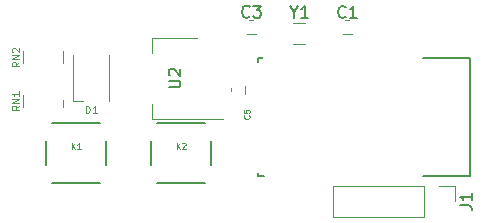
<source format=gto>
G04 #@! TF.FileFunction,Legend,Top*
%FSLAX46Y46*%
G04 Gerber Fmt 4.6, Leading zero omitted, Abs format (unit mm)*
G04 Created by KiCad (PCBNEW 4.0.7) date 06/20/18 00:36:37*
%MOMM*%
%LPD*%
G01*
G04 APERTURE LIST*
%ADD10C,0.100000*%
%ADD11C,0.120000*%
%ADD12C,0.150000*%
%ADD13C,0.125000*%
%ADD14R,1.600000X1.150000*%
%ADD15R,1.150000X1.600000*%
%ADD16R,1.200000X1.400000*%
%ADD17R,2.100000X2.100000*%
%ADD18O,2.100000X2.100000*%
%ADD19R,0.900000X1.200000*%
%ADD20R,0.800000X1.200000*%
%ADD21R,1.800000X0.800000*%
%ADD22R,0.800000X1.800000*%
%ADD23R,1.400000X2.200000*%
%ADD24R,2.000000X1.400000*%
%ADD25R,2.400000X4.200000*%
%ADD26R,2.400000X1.900000*%
%ADD27C,0.900000*%
G04 APERTURE END LIST*
D10*
D11*
X95789000Y-53248000D02*
X96489000Y-53248000D01*
X96489000Y-54448000D02*
X95789000Y-54448000D01*
X88361000Y-54448000D02*
X87661000Y-54448000D01*
X87661000Y-53248000D02*
X88361000Y-53248000D01*
X86268000Y-59532000D02*
X86268000Y-58832000D01*
X87468000Y-58832000D02*
X87468000Y-59532000D01*
X73722000Y-60116000D02*
X72922000Y-60116000D01*
X72922000Y-60116000D02*
X72922000Y-56216000D01*
X75922000Y-60116000D02*
X75922000Y-56216000D01*
X68678000Y-60571000D02*
X68678000Y-59571000D01*
X72038000Y-60571000D02*
X72038000Y-59571000D01*
X72038000Y-55888000D02*
X72038000Y-56888000D01*
X68678000Y-55888000D02*
X68678000Y-56888000D01*
D12*
X88536000Y-66168000D02*
X88536000Y-66468000D01*
X89036000Y-56468000D02*
X88536000Y-56468000D01*
X88536000Y-66468000D02*
X89036000Y-66468000D01*
X106536000Y-56468000D02*
X102536000Y-56468000D01*
X88536000Y-56468000D02*
X88536000Y-56768000D01*
X102536000Y-66468000D02*
X106536000Y-66468000D01*
X106536000Y-66468000D02*
X106536000Y-56468000D01*
D11*
X91400000Y-55231000D02*
X92750000Y-55231000D01*
X91400000Y-53481000D02*
X92750000Y-53481000D01*
X94936000Y-67250000D02*
X94936000Y-69910000D01*
X102616000Y-67250000D02*
X94936000Y-67250000D01*
X102616000Y-69910000D02*
X94936000Y-69910000D01*
X102616000Y-67250000D02*
X102616000Y-69910000D01*
X103886000Y-67250000D02*
X105216000Y-67250000D01*
X105216000Y-67250000D02*
X105216000Y-68580000D01*
D12*
X71152000Y-67066000D02*
X75152000Y-67066000D01*
X70602000Y-65516000D02*
X70602000Y-63516000D01*
X75702000Y-63516000D02*
X75702000Y-65516000D01*
X71152000Y-61966000D02*
X75152000Y-61966000D01*
X80042000Y-67066000D02*
X84042000Y-67066000D01*
X79492000Y-65516000D02*
X79492000Y-63516000D01*
X84592000Y-63516000D02*
X84592000Y-65516000D01*
X80042000Y-61966000D02*
X84042000Y-61966000D01*
D11*
X79624000Y-54756000D02*
X79624000Y-56016000D01*
X79624000Y-61576000D02*
X79624000Y-60316000D01*
X83384000Y-54756000D02*
X79624000Y-54756000D01*
X85634000Y-61576000D02*
X79624000Y-61576000D01*
D12*
X95972334Y-52955143D02*
X95924715Y-53002762D01*
X95781858Y-53050381D01*
X95686620Y-53050381D01*
X95543762Y-53002762D01*
X95448524Y-52907524D01*
X95400905Y-52812286D01*
X95353286Y-52621810D01*
X95353286Y-52478952D01*
X95400905Y-52288476D01*
X95448524Y-52193238D01*
X95543762Y-52098000D01*
X95686620Y-52050381D01*
X95781858Y-52050381D01*
X95924715Y-52098000D01*
X95972334Y-52145619D01*
X96924715Y-53050381D02*
X96353286Y-53050381D01*
X96639000Y-53050381D02*
X96639000Y-52050381D01*
X96543762Y-52193238D01*
X96448524Y-52288476D01*
X96353286Y-52336095D01*
X87844334Y-52935143D02*
X87796715Y-52982762D01*
X87653858Y-53030381D01*
X87558620Y-53030381D01*
X87415762Y-52982762D01*
X87320524Y-52887524D01*
X87272905Y-52792286D01*
X87225286Y-52601810D01*
X87225286Y-52458952D01*
X87272905Y-52268476D01*
X87320524Y-52173238D01*
X87415762Y-52078000D01*
X87558620Y-52030381D01*
X87653858Y-52030381D01*
X87796715Y-52078000D01*
X87844334Y-52125619D01*
X88177667Y-52030381D02*
X88796715Y-52030381D01*
X88463381Y-52411333D01*
X88606239Y-52411333D01*
X88701477Y-52458952D01*
X88749096Y-52506571D01*
X88796715Y-52601810D01*
X88796715Y-52839905D01*
X88749096Y-52935143D01*
X88701477Y-52982762D01*
X88606239Y-53030381D01*
X88320524Y-53030381D01*
X88225286Y-52982762D01*
X88177667Y-52935143D01*
D10*
X87808571Y-61297333D02*
X87832381Y-61321143D01*
X87856190Y-61392571D01*
X87856190Y-61440190D01*
X87832381Y-61511619D01*
X87784762Y-61559238D01*
X87737143Y-61583047D01*
X87641905Y-61606857D01*
X87570476Y-61606857D01*
X87475238Y-61583047D01*
X87427619Y-61559238D01*
X87380000Y-61511619D01*
X87356190Y-61440190D01*
X87356190Y-61392571D01*
X87380000Y-61321143D01*
X87403810Y-61297333D01*
X87356190Y-60844952D02*
X87356190Y-61083047D01*
X87594286Y-61106857D01*
X87570476Y-61083047D01*
X87546667Y-61035428D01*
X87546667Y-60916381D01*
X87570476Y-60868762D01*
X87594286Y-60844952D01*
X87641905Y-60821143D01*
X87760952Y-60821143D01*
X87808571Y-60844952D01*
X87832381Y-60868762D01*
X87856190Y-60916381D01*
X87856190Y-61035428D01*
X87832381Y-61083047D01*
X87808571Y-61106857D01*
X73979143Y-61104429D02*
X73979143Y-60504429D01*
X74122000Y-60504429D01*
X74207715Y-60533000D01*
X74264857Y-60590143D01*
X74293429Y-60647286D01*
X74322000Y-60761571D01*
X74322000Y-60847286D01*
X74293429Y-60961571D01*
X74264857Y-61018714D01*
X74207715Y-61075857D01*
X74122000Y-61104429D01*
X73979143Y-61104429D01*
X74893429Y-61104429D02*
X74550572Y-61104429D01*
X74722000Y-61104429D02*
X74722000Y-60504429D01*
X74664857Y-60590143D01*
X74607715Y-60647286D01*
X74550572Y-60675857D01*
X68343429Y-60485286D02*
X68057714Y-60685286D01*
X68343429Y-60828143D02*
X67743429Y-60828143D01*
X67743429Y-60599571D01*
X67772000Y-60542429D01*
X67800571Y-60513857D01*
X67857714Y-60485286D01*
X67943429Y-60485286D01*
X68000571Y-60513857D01*
X68029143Y-60542429D01*
X68057714Y-60599571D01*
X68057714Y-60828143D01*
X68343429Y-60228143D02*
X67743429Y-60228143D01*
X68343429Y-59885286D01*
X67743429Y-59885286D01*
X68343429Y-59285286D02*
X68343429Y-59628143D01*
X68343429Y-59456715D02*
X67743429Y-59456715D01*
X67829143Y-59513858D01*
X67886286Y-59571000D01*
X67914857Y-59628143D01*
X68343429Y-56802286D02*
X68057714Y-57002286D01*
X68343429Y-57145143D02*
X67743429Y-57145143D01*
X67743429Y-56916571D01*
X67772000Y-56859429D01*
X67800571Y-56830857D01*
X67857714Y-56802286D01*
X67943429Y-56802286D01*
X68000571Y-56830857D01*
X68029143Y-56859429D01*
X68057714Y-56916571D01*
X68057714Y-57145143D01*
X68343429Y-56545143D02*
X67743429Y-56545143D01*
X68343429Y-56202286D01*
X67743429Y-56202286D01*
X67800571Y-55945143D02*
X67772000Y-55916572D01*
X67743429Y-55859429D01*
X67743429Y-55716572D01*
X67772000Y-55659429D01*
X67800571Y-55630858D01*
X67857714Y-55602286D01*
X67914857Y-55602286D01*
X68000571Y-55630858D01*
X68343429Y-55973715D01*
X68343429Y-55602286D01*
D12*
X91598809Y-52554190D02*
X91598809Y-53030381D01*
X91265476Y-52030381D02*
X91598809Y-52554190D01*
X91932143Y-52030381D01*
X92789286Y-53030381D02*
X92217857Y-53030381D01*
X92503571Y-53030381D02*
X92503571Y-52030381D01*
X92408333Y-52173238D01*
X92313095Y-52268476D01*
X92217857Y-52316095D01*
X105668381Y-68913333D02*
X106382667Y-68913333D01*
X106525524Y-68960953D01*
X106620762Y-69056191D01*
X106668381Y-69199048D01*
X106668381Y-69294286D01*
X106668381Y-67913333D02*
X106668381Y-68484762D01*
X106668381Y-68199048D02*
X105668381Y-68199048D01*
X105811238Y-68294286D01*
X105906476Y-68389524D01*
X105954095Y-68484762D01*
D13*
X72782953Y-64142190D02*
X72782953Y-63642190D01*
X73068667Y-64142190D02*
X72854381Y-63856476D01*
X73068667Y-63642190D02*
X72782953Y-63927905D01*
X73544857Y-64142190D02*
X73259143Y-64142190D01*
X73402000Y-64142190D02*
X73402000Y-63642190D01*
X73354381Y-63713619D01*
X73306762Y-63761238D01*
X73259143Y-63785048D01*
X81672953Y-64142190D02*
X81672953Y-63642190D01*
X81958667Y-64142190D02*
X81744381Y-63856476D01*
X81958667Y-63642190D02*
X81672953Y-63927905D01*
X82149143Y-63689810D02*
X82172953Y-63666000D01*
X82220572Y-63642190D01*
X82339619Y-63642190D01*
X82387238Y-63666000D01*
X82411048Y-63689810D01*
X82434857Y-63737429D01*
X82434857Y-63785048D01*
X82411048Y-63856476D01*
X82125334Y-64142190D01*
X82434857Y-64142190D01*
D12*
X80986381Y-58927905D02*
X81795905Y-58927905D01*
X81891143Y-58880286D01*
X81938762Y-58832667D01*
X81986381Y-58737429D01*
X81986381Y-58546952D01*
X81938762Y-58451714D01*
X81891143Y-58404095D01*
X81795905Y-58356476D01*
X80986381Y-58356476D01*
X81081619Y-57927905D02*
X81034000Y-57880286D01*
X80986381Y-57785048D01*
X80986381Y-57546952D01*
X81034000Y-57451714D01*
X81081619Y-57404095D01*
X81176857Y-57356476D01*
X81272095Y-57356476D01*
X81414952Y-57404095D01*
X81986381Y-57975524D01*
X81986381Y-57356476D01*
%LPC*%
D14*
X95189000Y-53848000D03*
X97089000Y-53848000D03*
X88961000Y-53848000D03*
X87061000Y-53848000D03*
D15*
X86868000Y-60132000D03*
X86868000Y-58232000D03*
D16*
X73722000Y-59416000D03*
X73722000Y-56916000D03*
X75122000Y-56916000D03*
X75122000Y-59416000D03*
D17*
X71120000Y-68580000D03*
D18*
X73660000Y-68580000D03*
X76200000Y-68580000D03*
X78740000Y-68580000D03*
X81280000Y-68580000D03*
X83820000Y-68580000D03*
D17*
X71120000Y-53340000D03*
D18*
X73660000Y-53340000D03*
X76200000Y-53340000D03*
X78740000Y-53340000D03*
X81280000Y-53340000D03*
X83820000Y-53340000D03*
D19*
X71558000Y-59171000D03*
D20*
X69958000Y-59171000D03*
X70758000Y-59171000D03*
D19*
X69158000Y-59171000D03*
D20*
X70758000Y-60971000D03*
D19*
X71558000Y-60971000D03*
D20*
X69958000Y-60971000D03*
D19*
X69158000Y-60971000D03*
X69158000Y-57288000D03*
D20*
X70758000Y-57288000D03*
X69958000Y-57288000D03*
D19*
X71558000Y-57288000D03*
D20*
X69958000Y-55488000D03*
D19*
X69158000Y-55488000D03*
D20*
X70758000Y-55488000D03*
D19*
X71558000Y-55488000D03*
D21*
X88936000Y-58668000D03*
D22*
X101536000Y-56868000D03*
X100836000Y-56868000D03*
X96636000Y-56868000D03*
X95936000Y-56868000D03*
X95236000Y-56868000D03*
X94536000Y-56868000D03*
X93836000Y-56868000D03*
X93136000Y-56868000D03*
X92436000Y-56868000D03*
X91736000Y-56868000D03*
X91036000Y-56868000D03*
X90336000Y-56868000D03*
D21*
X88936000Y-57268000D03*
X88936000Y-57968000D03*
X88936000Y-59368000D03*
X88936000Y-60068000D03*
X88936000Y-60768000D03*
X88936000Y-61468000D03*
X88936000Y-62168000D03*
X88936000Y-62868000D03*
X88936000Y-63568000D03*
X88936000Y-64268000D03*
X88936000Y-64968000D03*
X88936000Y-65668000D03*
D22*
X90336000Y-66068000D03*
X91036000Y-66068000D03*
X91736000Y-66068000D03*
X92436000Y-66068000D03*
X93136000Y-66068000D03*
X93836000Y-66068000D03*
X94536000Y-66068000D03*
X95236000Y-66068000D03*
X95936000Y-66068000D03*
X96636000Y-66068000D03*
X97336000Y-66068000D03*
X98036000Y-66068000D03*
X98736000Y-66068000D03*
X99436000Y-66068000D03*
X100136000Y-66068000D03*
X100836000Y-66068000D03*
X101536000Y-66068000D03*
D23*
X93325000Y-54356000D03*
X90825000Y-54356000D03*
D17*
X103886000Y-68580000D03*
D18*
X101346000Y-68580000D03*
X98806000Y-68580000D03*
X96266000Y-68580000D03*
D24*
X69952000Y-62616000D03*
X76352000Y-62616000D03*
X76352000Y-66416000D03*
X69952000Y-66416000D03*
X78842000Y-62616000D03*
X85242000Y-62616000D03*
X85242000Y-66416000D03*
X78842000Y-66416000D03*
D25*
X78384000Y-58166000D03*
D26*
X84684000Y-58166000D03*
X84684000Y-55866000D03*
X84684000Y-60466000D03*
D27*
X95504000Y-62484000D03*
X99463500Y-55095500D03*
X72898000Y-66416000D03*
X86804500Y-66421000D03*
X82486500Y-60960000D03*
X75755500Y-60960000D03*
X86868000Y-56832500D03*
X86868000Y-61468000D03*
X96139000Y-58420000D03*
X93840000Y-58596000D03*
X75184000Y-64262000D03*
X69151500Y-58229500D03*
X86741000Y-62738000D03*
X89433400Y-56464200D03*
X76835000Y-56134000D03*
X71551800Y-54724300D03*
X70751700Y-54724300D03*
X72370000Y-59636000D03*
X93140000Y-58326000D03*
M02*

</source>
